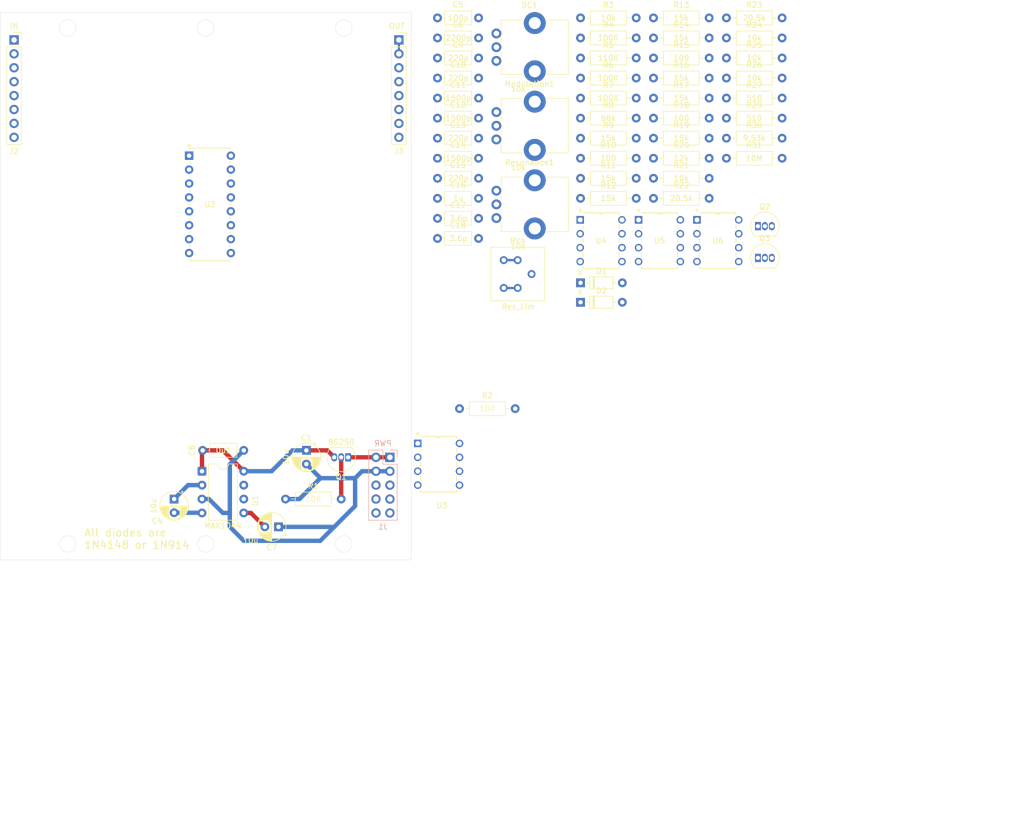
<source format=kicad_pcb>
(kicad_pcb (version 20241229) (generator "pcbnew") (generator_version "9.0")
  (layers (0 "F.Cu" signal) (2 "B.Cu" signal) (13 "F.Paste" user) (15 "B.Paste" user) (5 "F.SilkS" user "F.Silkscreen") (7 "B.SilkS" user "B.Silkscreen") (1 "F.Mask" user) (3 "B.Mask" user) (25 "Edge.Cuts" user))
  (net 0 "")
  (net 1 "+5V")
  (net 2 "GND")
  (net 3 "Net-(U2-VC1)")
  (net 4 "-5V")
  (net 5 "Net-(U1-CAP+)")
  (net 6 "Net-(U1-CAP-)")
  (net 7 "Net-(U3A--)")
  (net 8 "Net-(C6-Pad2)")
  (net 9 "STOP")
  (net 10 "GATE")
  (net 11 "CV")
  (net 12 "CTRL")
  (net 13 "CLOCK")
  (net 14 "START")
  (net 17 "Net-(Q1-G)")
  (net 18 "Net-(C9-Pad1)")
  (net 19 "Net-(U2-IOUT1)")
  (net 20 "Net-(U2-IOUT2)")
  (net 21 "Net-(C10-Pad1)")
  (net 22 "Net-(C11-Pad1)")
  (net 23 "Net-(C12-Pad1)")
  (net 24 "Net-(U2-IOUT3)")
  (net 25 "Net-(C13-Pad1)")
  (net 26 "Net-(C14-Pad1)")
  (net 27 "Net-(J1-Pin_1)")
  (net 28 "Net-(C15-Pad1)")
  (net 30 "Net-(U2-IOUT4)")
  (net 31 "Net-(C16-Pad1)")
  (net 33 "Net-(J3-Pin_1)")
  (net 34 "Net-(U6A--)")
  (net 38 "unconnected-(J3-Pin_2-Pad2)")
  (net 40 "Net-(U3B--)")
  (net 44 "Net-(C18-Pad1)")
  (net 45 "Net-(D1-K)")
  (net 46 "Net-(D1-A)")
  (net 47 "Net-(D2-K)")
  (net 48 "Net-(DC1-Pad2)")
  (net 49 "MOD")
  (net 50 "BUS_CTRL")
  (net 51 "BUS_CV")
  (net 52 "In")
  (net 53 "Net-(Modulation1-Pad2)")
  (net 54 "Net-(Q2-B)")
  (net 55 "Net-(U2-IIN2)")
  (net 56 "Net-(U2-IIN1)")
  (net 57 "Net-(U2-IIN3)")
  (net 58 "Net-(U2-IIN4)")
  (net 59 "Net-(U6B--)")
  (net 60 "Net-(R27-Pad2)")
  (footprint "Aaron_Library:C_Axial_Aaron" (layer "F.Cu") (at 105.2 66.715)
    (property "Reference" "C18" (at 3.75 -2.42 0) (layer "F.SilkS"))
    (property "Value" "3.6p" (hide yes))
    (fp_text user "${VALUE}" (at 3.81 0 0) (layer "F.SilkS"))
    (pad "1" thru_hole circle (at 0 0) (size 1.6 1.6) (drill 0.8) (layers "*.Cu" "*.Mask") (net 44 "Net-(C18-Pad1)"))
    (pad "2" thru_hole oval (at 7.5 0) (size 1.6 1.6) (drill 0.8) (layers "*.Cu" "*.Mask") (net 40 "Net-(U3B--)"))
  )
  (footprint "Package_TO_SOT_THT:TO-92_Inline" (layer "F.Cu") (at 163.66 70.27)
    (property "Reference" "Q3" (at 1.27 -3.56 0) (layer "F.SilkS"))
    (property "Value" "2N3906")
    (pad "1" thru_hole rect (at 0 0) (size 1.05 1.5) (drill 0.75) (layers "*.Cu" "*.Mask") (net 2 "GND"))
    (pad "2" thru_hole oval (at 1.27 0) (size 1.05 1.5) (drill 0.75) (layers "*.Cu" "*.Mask") (net 54 "Net-(Q2-B)"))
    (pad "3" thru_hole oval (at 2.54 0) (size 1.05 1.5) (drill 0.75) (layers "*.Cu" "*.Mask") (net 46 "Net-(D1-A)"))
  )
  (footprint "Aaron_Library:R_Axial_Aaron" (layer "F.Cu") (at 157.92 52.075)
    (property "Reference" "R31" (at 5.08 -2.37 0) (layer "F.SilkS"))
    (property "Value" "10M" (hide yes))
    (fp_text user "${VALUE}" (at 5.08 0 0) (layer "F.SilkS"))
    (pad "1" thru_hole circle (at 0 0) (size 1.6 1.6) (drill 0.8) (layers "*.Cu" "*.Mask") (net 2 "GND"))
    (pad "2" thru_hole oval (at 10.16 0) (size 1.6 1.6) (drill 0.8) (layers "*.Cu" "*.Mask") (net 33 "Net-(J3-Pin_1)"))
  )
  (footprint "TL072:P8" (layer "F.Cu") (at 109.22 111.76)
    (property "Reference" "U3" (at -3.22 3.74 0) (layer "F.SilkS"))
    (property "Value" "TL072")
    (fp_text user "*" (at -7.62 -9.0678 0) (layer "F.SilkS"))
    (fp_text user "*" (at -7.62 -9.0678 0) (layer "F.SilkS"))
    (pad "1" thru_hole rect (at -7.62 -7.62) (size 1.3716 1.3716) (drill 0.8636) (layers "*.Cu" "*.Mask") (net 3 "Net-(U2-VC1)"))
    (pad "2" thru_hole circle (at -7.62 -5.08) (size 1.3716 1.3716) (drill 0.8636) (layers "*.Cu" "*.Mask") (net 7 "Net-(U3A--)"))
    (pad "3" thru_hole circle (at -7.62 -2.54) (size 1.3716 1.3716) (drill 0.8636) (layers "*.Cu" "*.Mask") (net 2 "GND"))
    (pad "4" thru_hole circle (at -7.62 0) (size 1.3716 1.3716) (drill 0.8636) (layers "*.Cu" "*.Mask") (net 4 "-5V"))
    (pad "5" thru_hole circle (at 0 0) (size 1.3716 1.3716) (drill 0.8636) (layers "*.Cu" "*.Mask") (net 2 "GND"))
    (pad "6" thru_hole circle (at 0 -2.54) (size 1.3716 1.3716) (drill 0.8636) (layers "*.Cu" "*.Mask") (net 40 "Net-(U3B--)"))
    (pad "7" thru_hole circle (at 0 -5.08) (size 1.3716 1.3716) (drill 0.8636) (layers "*.Cu" "*.Mask") (net 44 "Net-(C18-Pad1)"))
    (pad "8" thru_hole circle (at 0 -7.62) (size 1.3716 1.3716) (drill 0.8636) (layers "*.Cu" "*.Mask") (net 1 "+5V"))
  )
  (footprint "Aaron_Library:C_Axial_Aaron" (layer "F.Cu") (at 105.2 55.735)
    (property "Reference" "C15" (at 3.75 -2.42 0) (layer "F.SilkS"))
    (property "Value" "220p" (hide yes))
    (fp_text user "${VALUE}" (at 3.81 0 0) (layer "F.SilkS"))
    (pad "1" thru_hole circle (at 0 0) (size 1.6 1.6) (drill 0.8) (layers "*.Cu" "*.Mask") (net 28 "Net-(C15-Pad1)"))
    (pad "2" thru_hole oval (at 7.5 0) (size 1.6 1.6) (drill 0.8) (layers "*.Cu" "*.Mask") (net 30 "Net-(U2-IOUT4)"))
  )
  (footprint "Package_TO_SOT_THT:TO-92_Inline" (layer "F.Cu") (at 163.66 64.48)
    (property "Reference" "Q2" (at 1.27 -3.56 0) (layer "F.SilkS"))
    (property "Value" "2N3904")
    (pad "1" thru_hole rect (at 0 0) (size 1.05 1.5) (drill 0.75) (layers "*.Cu" "*.Mask") (net 2 "GND"))
    (pad "2" thru_hole oval (at 1.27 0) (size 1.05 1.5) (drill 0.75) (layers "*.Cu" "*.Mask") (net 54 "Net-(Q2-B)"))
    (pad "3" thru_hole oval (at 2.54 0) (size 1.05 1.5) (drill 0.75) (layers "*.Cu" "*.Mask") (net 47 "Net-(D2-K)"))
  )
  (footprint "Package_TO_SOT_THT:TO-92_Inline" (layer "F.Cu") (at 88.9 106.68 180)
    (property "Reference" "Q1" (at 1.27 -3.56 0) (layer "F.SilkS"))
    (property "Value" "BS250" (at 1.27 2.79 0) (layer "F.SilkS"))
    (pad "1" thru_hole rect (at 0 0 180) (size 1.05 1.5) (drill 0.75) (layers "*.Cu" "*.Mask") (net 27 "Net-(J1-Pin_1)"))
    (pad "2" thru_hole oval (at 1.27 0 180) (size 1.05 1.5) (drill 0.75) (layers "*.Cu" "*.Mask") (net 17 "Net-(Q1-G)"))
    (pad "3" thru_hole oval (at 2.54 0 180) (size 1.05 1.5) (drill 0.75) (layers "*.Cu" "*.Mask") (net 1 "+5V"))
  )
  (footprint "Connector_PinSocket_2.54mm:PinSocket_1x08_P2.54mm_Vertical" (layer "F.Cu") (at 27.94 30.48)
    (property "Reference" "J2" (at 0 20.32 180) (layer "F.SilkS"))
    (property "Value" "IN" (at 0 -2.54 0) (layer "F.SilkS"))
    (pad "1" thru_hole rect (at 0 0) (size 1.7 1.7) (drill 1) (layers "*.Cu" "*.Mask") (net 52 "In"))
    (pad "2" thru_hole oval (at 0 2.54) (size 1.7 1.7) (drill 1) (layers "*.Cu" "*.Mask") (net 11 "CV"))
    (pad "3" thru_hole oval (at 0 5.08) (size 1.7 1.7) (drill 1) (layers "*.Cu" "*.Mask") (net 49 "MOD"))
    (pad "4" thru_hole oval (at 0 7.62) (size 1.7 1.7) (drill 1) (layers "*.Cu" "*.Mask"))
    (pad "5" thru_hole oval (at 0 10.16) (size 1.7 1.7) (drill 1) (layers "*.Cu" "*.Mask"))
    (pad "6" thru_hole oval (at 0 12.7) (size 1.7 1.7) (drill 1) (layers "*.Cu" "*.Mask"))
    (pad "7" thru_hole oval (at 0 15.24) (size 1.7 1.7) (drill 1) (layers "*.Cu" "*.Mask") (net 50 "BUS_CTRL"))
    (pad "8" thru_hole oval (at 0 17.78) (size 1.7 1.7) (drill 1) (layers "*.Cu" "*.Mask") (net 51 "BUS_CV"))
  )
  (footprint "SSM2164:N_16_ADI" (layer "F.Cu") (at 59.88 51.61)
    (property "Reference" "U2" (at 3.81 8.89 0) (layer "F.SilkS"))
    (property "Value" "SSM2164PZ")
    (fp_text user "*" (at 0 -1.524 0) (layer "F.SilkS"))
    (fp_text user "*" (at 0 -1.524 0) (layer "F.SilkS"))
    (pad "1" thru_hole rect (at 0 0) (size 1.524 1.524) (drill 0.8128) (layers "*.Cu" "*.Mask"))
    (pad "2" thru_hole circle (at 0 2.54) (size 1.524 1.524) (drill 0.8128) (layers "*.Cu" "*.Mask") (net 56 "Net-(U2-IIN1)"))
    (pad "3" thru_hole circle (at 0 5.08) (size 1.524 1.524) (drill 0.8128) (layers "*.Cu" "*.Mask") (net 3 "Net-(U2-VC1)"))
    (pad "4" thru_hole circle (at 0 7.62) (size 1.524 1.524) (drill 0.8128) (layers "*.Cu" "*.Mask") (net 19 "Net-(U2-IOUT1)"))
    (pad "5" thru_hole circle (at 0 10.16) (size 1.524 1.524) (drill 0.8128) (layers "*.Cu" "*.Mask") (net 20 "Net-(U2-IOUT2)"))
    (pad "6" thru_hole circle (at 0 12.7) (size 1.524 1.524) (drill 0.8128) (layers "*.Cu" "*.Mask") (net 3 "Net-(U2-VC1)"))
    (pad "7" thru_hole circle (at 0 15.24) (size 1.524 1.524) (drill 0.8128) (layers "*.Cu" "*.Mask") (net 55 "Net-(U2-IIN2)"))
    (pad "8" thru_hole circle (at 0 17.78) (size 1.524 1.524) (drill 0.8128) (layers "*.Cu" "*.Mask") (net 2 "GND"))
    (pad "9" thru_hole circle (at 7.62 17.78) (size 1.524 1.524) (drill 0.8128) (layers "*.Cu" "*.Mask") (net 4 "-5V"))
    (pad "10" thru_hole circle (at 7.62 15.24) (size 1.524 1.524) (drill 0.8128) (layers "*.Cu" "*.Mask") (net 57 "Net-(U2-IIN3)"))
    (pad "11" thru_hole circle (at 7.62 12.7) (size 1.524 1.524) (drill 0.8128) (layers "*.Cu" "*.Mask") (net 3 "Net-(U2-VC1)"))
    (pad "12" thru_hole circle (at 7.62 10.16) (size 1.524 1.524) (drill 0.8128) (layers "*.Cu" "*.Mask") (net 24 "Net-(U2-IOUT3)"))
    (pad "13" thru_hole circle (at 7.62 7.62) (size 1.524 1.524) (drill 0.8128) (layers "*.Cu" "*.Mask") (net 30 "Net-(U2-IOUT4)"))
    (pad "14" thru_hole circle (at 7.62 5.08) (size 1.524 1.524) (drill 0.8128) (layers "*.Cu" "*.Mask") (net 3 "Net-(U2-VC1)"))
    (pad "15" thru_hole circle (at 7.62 2.54) (size 1.524 1.524) (drill 0.8128) (layers "*.Cu" "*.Mask") (net 58 "Net-(U2-IIN4)"))
    (pad "16" thru_hole circle (at 7.62 0) (size 1.524 1.524) (drill 0.8128) (layers "*.Cu" "*.Mask") (net 1 "+5V"))
  )
  (footprint "Aaron_Library:C_Axial_Aaron" (layer "F.Cu") (at 105.2 52.075)
    (property "Reference" "C14" (at 3.75 -2.42 0) (layer "F.SilkS"))
    (property "Value" "1500p" (hide yes))
    (fp_text user "${VALUE}" (at 3.81 0 0) (layer "F.SilkS"))
    (pad "1" thru_hole circle (at 0 0) (size 1.6 1.6) (drill 0.8) (layers "*.Cu" "*.Mask") (net 26 "Net-(C14-Pad1)"))
    (pad "2" thru_hole oval (at 7.5 0) (size 1.6 1.6) (drill 0.8) (layers "*.Cu" "*.Mask") (net 2 "GND"))
  )
  (footprint "Aaron_Library:C_Axial_Aaron" (layer "F.Cu") (at 62.35 105.41)
    (property "Reference" "C8" (at -1.958464 0 90) (layer "F.SilkS"))
    (property "Value" "0u1" (hide yes))
    (fp_text user "${VALUE}" (at 3.81 0 0) (layer "F.SilkS"))
    (pad "1" thru_hole circle (at 0 0) (size 1.6 1.6) (drill 0.8) (layers "*.Cu" "*.Mask") (net 1 "+5V"))
    (pad "2" thru_hole oval (at 7.5 0) (size 1.6 1.6) (drill 0.8) (layers "*.Cu" "*.Mask") (net 2 "GND"))
  )
  (footprint "Aaron_Library:R_Axial_Aaron" (layer "F.Cu") (at 157.92 48.415)
    (property "Reference" "R30" (at 5.08 -2.37 0) (layer "F.SilkS"))
    (property "Value" "9.53k" (hide yes))
    (fp_text user "${VALUE}" (at 5.08 0 0) (layer "F.SilkS"))
    (pad "1" thru_hole circle (at 0 0) (size 1.6 1.6) (drill 0.8) (layers "*.Cu" "*.Mask") (net 56 "Net-(U2-IIN1)"))
    (pad "2" thru_hole oval (at 10.16 0) (size 1.6 1.6) (drill 0.8) (layers "*.Cu" "*.Mask") (net 45 "Net-(D1-K)"))
  )
  (footprint "Aaron_Library:R_Axial_Aaron" (layer "F.Cu") (at 157.92 26.455)
    (property "Reference" "R23" (at 5.08 -2.37 0) (layer "F.SilkS"))
    (property "Value" "20.5k" (hide yes))
    (fp_text user "${VALUE}" (at 5.08 0 0) (layer "F.SilkS"))
    (pad "1" thru_hole circle (at 0 0) (size 1.6 1.6) (drill 0.8) (layers "*.Cu" "*.Mask") (net 28 "Net-(C15-Pad1)"))
    (pad "2" thru_hole oval (at 10.16 0) (size 1.6 1.6) (drill 0.8) (layers "*.Cu" "*.Mask") (net 40 "Net-(U3B--)"))
  )
  (footprint "Aaron_Library:R_Axial_Aaron" (layer "F.Cu") (at 131.3 26.455)
    (property "Reference" "R3" (at 5.08 -2.37 0) (layer "F.SilkS"))
    (property "Value" "10k" (hide yes))
    (fp_text user "${VALUE}" (at 5.08 0 0) (layer "F.SilkS"))
    (pad "1" thru_hole circle (at 0 0) (size 1.6 1.6) (drill 0.8) (layers "*.Cu" "*.Mask") (net 40 "Net-(U3B--)"))
    (pad "2" thru_hole oval (at 10.16 0) (size 1.6 1.6) (drill 0.8) (layers "*.Cu" "*.Mask") (net 44 "Net-(C18-Pad1)"))
  )
  (footprint "Aaron_Library:R_Axial_Aaron" (layer "F.Cu") (at 157.92 30.115)
    (property "Reference" "R24" (at 5.08 -2.37 0) (layer "F.SilkS"))
    (property "Value" "10k" (hide yes))
    (fp_text user "${VALUE}" (at 5.08 0 0) (layer "F.SilkS"))
    (pad "1" thru_hole circle (at 0 0) (size 1.6 1.6) (drill 0.8) (layers "*.Cu" "*.Mask") (net 44 "Net-(C18-Pad1)"))
    (pad "2" thru_hole oval (at 10.16 0) (size 1.6 1.6) (drill 0.8) (layers "*.Cu" "*.Mask") (net 34 "Net-(U6A--)"))
  )
  (footprint "Aaron_Library:R_Axial_Aaron" (layer "F.Cu") (at 144.61 26.455)
    (property "Reference" "R13" (at 5.08 -2.37 0) (layer "F.SilkS"))
    (property "Value" "15k" (hide yes))
    (fp_text user "${VALUE}" (at 5.08 0 0) (layer "F.SilkS"))
    (pad "1" thru_hole circle (at 0 0) (size 1.6 1.6) (drill 0.8) (layers "*.Cu" "*.Mask") (net 55 "Net-(U2-IIN2)"))
    (pad "2" thru_hole oval (at 10.16 0) (size 1.6 1.6) (drill 0.8) (layers "*.Cu" "*.Mask") (net 21 "Net-(C10-Pad1)"))
  )
  (footprint "Aaron_Library:C_Axial_Aaron" (layer "F.Cu") (at 105.2 33.775)
    (property "Reference" "C9" (at 3.75 -2.42 0) (layer "F.SilkS"))
    (property "Value" "220p" (hide yes))
    (fp_text user "${VALUE}" (at 3.81 0 0) (layer "F.SilkS"))
    (pad "1" thru_hole circle (at 0 0) (size 1.6 1.6) (drill 0.8) (layers "*.Cu" "*.Mask") (net 18 "Net-(C9-Pad1)"))
    (pad "2" thru_hole oval (at 7.5 0) (size 1.6 1.6) (drill 0.8) (layers "*.Cu" "*.Mask") (net 19 "Net-(U2-IOUT1)"))
  )
  (footprint "Aaron_Library:R_Axial_Aaron" (layer "F.Cu") (at 144.61 55.735)
    (property "Reference" "R21" (at 5.08 -2.37 0) (layer "F.SilkS"))
    (property "Value" "10k" (hide yes))
    (fp_text user "${VALUE}" (at 5.08 0 0) (layer "F.SilkS"))
    (pad "1" thru_hole circle (at 0 0) (size 1.6 1.6) (drill 0.8) (layers "*.Cu" "*.Mask") (net 18 "Net-(C9-Pad1)"))
    (pad "2" thru_hole oval (at 10.16 0) (size 1.6 1.6) (drill 0.8) (layers "*.Cu" "*.Mask") (net 40 "Net-(U3B--)"))
  )
  (footprint "Package_DIP:DIP-8_W7.62mm" (layer "F.Cu") (at 62.23 109.22)
    (property "Reference" "U1" (at 9.700364 5.387333 90) (layer "F.SilkS"))
    (property "Value" "MAX1044" (at 3.81 9.95 0) (layer "F.SilkS"))
    (pad "1" thru_hole roundrect (at 0 0) (size 1.6 1.6) (drill 0.8) (layers "*.Cu" "*.Mask") (roundrect_rratio 0.15625) (net 1 "+5V"))
    (pad "2" thru_hole circle (at 0 2.54) (size 1.6 1.6) (drill 0.8) (layers "*.Cu" "*.Mask") (net 5 "Net-(U1-CAP+)"))
    (pad "3" thru_hole circle (at 0 5.08) (size 1.6 1.6) (drill 0.8) (layers "*.Cu" "*.Mask") (net 2 "GND"))
    (pad "4" thru_hole circle (at 0 7.62) (size 1.6 1.6) (drill 0.8) (layers "*.Cu" "*.Mask") (net 6 "Net-(U1-CAP-)"))
    (pad "5" thru_hole circle (at 7.62 7.62) (size 1.6 1.6) (drill 0.8) (layers "*.Cu" "*.Mask") (net 4 "-5V"))
    (pad "6" thru_hole circle (at 7.62 5.08) (size 1.6 1.6) (drill 0.8) (layers "*.Cu" "*.Mask"))
    (pad "7" thru_hole circle (at 7.62 2.54) (size 1.6 1.6) (drill 0.8) (layers "*.Cu" "*.Mask"))
    (pad "8" thru_hole circle (at 7.62 0) (size 1.6 1.6) (drill 0.8) (layers "*.Cu" "*.Mask") (net 1 "+5V"))
  )
  (footprint "TL072:P8" (layer "F.Cu") (at 149.513 70.9452)
    (property "Reference" "U5" (at -3.81 -3.81 0) (layer "F.SilkS"))
    (property "Value" "TL072")
    (fp_text user "*" (at -7.62 -9.0678 0) (layer "F.SilkS"))
    (fp_text user "*" (at -7.62 -9.0678 0) (layer "F.SilkS"))
    (pad "1" thru_hole rect (at -7.62 -7.62) (size 1.3716 1.3716) (drill 0.8636) (layers "*.Cu" "*.Mask") (net 25 "Net-(C13-Pad1)"))
    (pad "2" thru_hole circle (at -7.62 -5.08) (size 1.3716 1.3716) (drill 0.8636) (layers "*.Cu" "*.Mask") (net 24 "Net-(U2-IOUT3)"))
    (pad "3" thru_hole circle (at -7.62 -2.54) (size 1.3716 1.3716) (drill 0.8636) (layers "*.Cu" "*.Mask") (net 2 "GND"))
    (pad "4" thru_hole circle (at -7.62 0) (size 1.3716 1.3716) (drill 0.8636) (layers "*.Cu" "*.Mask") (net 4 "-5V"))
    (pad "5" thru_hole circle (at 0 0) (size 1.3716 1.3716) (drill 0.8636) (layers "*.Cu" "*.Mask") (net 2 "GND"))
    (pad "6" thru_hole circle (at 0 -2.54) (size 1.3716 1.3716) (drill 0.8636) (layers "*.Cu" "*.Mask") (net 30 "Net-(U2-IOUT4)"))
    (pad "7" thru_hole circle (at 0 -5.08) (size 1.3716 1.3716) (drill 0.8636) (layers "*.Cu" "*.Mask") (net 28 "Net-(C15-Pad1)"))
    (pad "8" thru_hole circle (at 0 -7.62) (size 1.3716 1.3716) (drill 0.8636) (layers "*.Cu" "*.Mask") (net 1 "+5V"))
  )
  (footprint "Aaron_Library:R_Axial_Aaron" (layer "F.Cu") (at 77.47 114.3)
    (property "Reference" "R1" (at 5.08 -2.37 0) (layer "F.SilkS"))
    (property "Value" "10K" (hide yes))
    (fp_text user "${VALUE}" (at 5.08 0 0) (layer "F.SilkS") (effects (font (thickness 0.1))))
    (pad "1" thru_hole circle (at 0 0) (size 1.6 1.6) (drill 0.8) (layers "*.Cu" "*.Mask") (net 2 "GND"))
    (pad "2" thru_hole oval (at 10.16 0) (size 1.6 1.6) (drill 0.8) (layers "*.Cu" "*.Mask") (net 17 "Net-(Q1-G)"))
  )
  (footprint "Aaron_Library:R_Axial_Aaron" (layer "F.Cu") (at 131.3 48.415)
    (property "Reference" "R9" (at 5.08 -2.37 0) (layer "F.SilkS"))
    (property "Value" "15k" (hide yes))
    (fp_text user "${VALUE}" (at 5.08 0 0) (layer "F.SilkS"))
    (pad "1" thru_hole circle (at 0 0) (size 1.6 1.6) (drill 0.8) (layers "*.Cu" "*.Mask") (net 52 "In"))
    (pad "2" thru_hole oval (at 10.16 0) (size 1.6 1.6) (drill 0.8) (layers "*.Cu" "*.Mask") (net 56 "Net-(U2-IIN1)"))
  )
  (footprint "Aaron_Library:R_Axial_Aaron" (layer "F.Cu") (at 144.61 48.415)
    (property "Reference" "R19" (at 5.08 -2.37 0) (layer "F.SilkS"))
    (property "Value" "15k" (hide yes))
    (fp_text user "${VALUE}" (at 5.08 0 0) (layer "F.SilkS"))
    (pad "1" thru_hole circle (at 0 0) (size 1.6 1.6) (drill 0.8) (layers "*.Cu" "*.Mask") (net 28 "Net-(C15-Pad1)"))
    (pad "2" thru_hole oval (at 10.16 0) (size 1.6 1.6) (drill 0.8) (layers "*.Cu" "*.Mask") (net 58 "Net-(U2-IIN4)"))
  )
  (footprint "Aaron_Library:R_Axial_Aaron" (layer "F.Cu") (at 131.3 52.075)
    (property "Reference" "R10" (at 5.08 -2.37 0) (layer "F.SilkS"))
    (property "Value" "100" (hide yes))
    (fp_text user "${VALUE}" (at 5.08 0 0) (layer "F.SilkS"))
    (pad "1" thru_hole circle (at 0 0) (size 1.6 1.6) (drill 0.8) (layers "*.Cu" "*.Mask") (net 8 "Net-(C6-Pad2)"))
    (pad "2" thru_hole oval (at 10.16 0) (size 1.6 1.6) (drill 0.8) (layers "*.Cu" "*.Mask") (net 56 "Net-(U2-IIN1)"))
  )
  (footprint "Aaron_Library:C_Axial_Aaron" (layer "F.Cu") (at 105.2 59.395)
    (property "Reference" "C16" (at 3.75 -2.42 0) (layer "F.SilkS"))
    (property "Value" "1u" (hide yes))
    (fp_text user "${VALUE}" (at 3.81 0 0) (layer "F.SilkS"))
    (pad "1" thru_hole circle (at 0 0) (size 1.6 1.6) (drill 0.8) (layers "*.Cu" "*.Mask") (net 31 "Net-(C16-Pad1)"))
    (pad "2" thru_hole oval (at 7.5 0) (size 1.6 1.6) (drill 0.8) (layers "*.Cu" "*.Mask") (net 33 "Net-(J3-Pin_1)"))
  )
  (footprint "Capacitor_THT:CP_Radial_D5.0mm_P2.50mm" (layer "F.Cu") (at 81.28 105.41 -90)
    (property "Reference" "C1" (at -2.282517 -0.017569 180) (layer "F.SilkS"))
    (property "Value" "10u" (at 1.25 3.75 90) (layer "F.SilkS"))
    (pad "1" thru_hole rect (at 0 0 270) (size 1.6 1.6) (drill 0.8) (layers "*.Cu" "*.Mask") (net 1 "+5V"))
    (pad "2" thru_hole circle (at 2.5 0 270) (size 1.6 1.6) (drill 0.8) (layers "*.Cu" "*.Mask") (net 2 "GND"))
  )
  (footprint "Aaron_Library:R_Axial_Aaron" (layer "F.Cu") (at 144.61 59.395)
    (property "Reference" "R22" (at 5.08 -2.37 0) (layer "F.SilkS"))
    (property "Value" "20.5k" (hide yes))
    (fp_text user "${VALUE}" (at 5.08 0 0) (layer "F.SilkS"))
    (pad "1" thru_hole circle (at 0 0) (size 1.6 1.6) (drill 0.8) (layers "*.Cu" "*.Mask") (net 25 "Net-(C13-Pad1)"))
    (pad "2" thru_hole oval (at 10.16 0) (size 1.6 1.6) (drill 0.8) (layers "*.Cu" "*.Mask") (net 34 "Net-(U6A--)"))
  )
  (footprint "Aaron_Library:C_Axial_Aaron" (layer "F.Cu") (at 105.2 48.415)
    (property "Reference" "C13" (at 3.75 -2.42 0) (layer "F.SilkS"))
    (property "Value" "220p" (hide yes))
    (fp_text user "${VALUE}" (at 3.81 0 0) (layer "F.SilkS"))
    (pad "1" thru_hole circle (at 0 0) (size 1.6 1.6) (drill 0.8) (layers "*.Cu" "*.Mask") (net 25 "Net-(C13-Pad1)"))
    (pad "2" thru_hole oval (at 7.5 0) (size 1.6 1.6) (drill 0.8) (layers "*.Cu" "*.Mask") (net 24 "Net-(U2-IOUT3)"))
  )
  (footprint "Connector_PinSocket_2.54mm:PinSocket_1x08_P2.54mm_Vertical" (layer "F.Cu") (at 98.16 30.48)
    (property "Reference" "J3" (at -0.025 20.32 0) (layer "F.SilkS"))
    (property "Value" "OUT" (at -0.37 -2.54 0) (layer "F.SilkS"))
    (pad "1" thru_hole rect (at 0 0) (size 1.7 1.7) (drill 1) (layers "*.Cu" "*.Mask") (net 33 "Net-(J3-Pin_1)"))
    (pad "2" thru_hole oval (at 0 2.54) (size 1.7 1.7) (drill 1) (layers "*.Cu" "*.Mask") (net 38 "unconnected-(J3-Pin_2-Pad2)"))
    (pad "3" thru_hole oval (at 0 5.08) (size 1.7 1.7) (drill 1) (layers "*.Cu" "*.Mask"))
    (pad "4" thru_hole oval (at 0 7.62) (size 1.7 1.7) (drill 1) (layers "*.Cu" "*.Mask"))
    (pad "5" thru_hole oval (at 0 10.16) (size 1.7 1.7) (drill 1) (layers "*.Cu" "*.Mask"))
    (pad "6" thru_hole oval (at 0 12.7) (size 1.7 1.7) (drill 1) (layers "*.Cu" "*.Mask"))
    (pad "7" thru_hole oval (at 0 15.24) (size 1.7 1.7) (drill 1) (layers "*.Cu" "*.Mask"))
    (pad "8" thru_hole oval (at 0 17.78) (size 1.7 1.7) (drill 1) (layers "*.Cu" "*.Mask"))
  )
  (footprint "Aaron_Library:C_Axial_Aaron" (layer "F.Cu") (at 105.2 26.455)
    (property "Reference" "C5" (at 3.75 -2.42 0) (layer "F.SilkS"))
    (property "Value" "100p" (hide yes))
    (fp_text user "${VALUE}" (at 3.81 0 0) (layer "F.SilkS"))
    (pad "1" thru_hole circle (at 0 0) (size 1.6 1.6) (drill 0.8) (layers "*.Cu" "*.Mask") (net 7 "Net-(U3A--)"))
    (pad "2" thru_hole oval (at 7.5 0) (size 1.6 1.6) (drill 0.8) (layers "*.Cu" "*.Mask") (net 3 "Net-(U2-VC1)"))
  )
  (footprint "Aaron_Library:C_Axial_Aaron" (layer "F.Cu") (at 105.2 63.055)
    (property "Reference" "C17" (at 3.75 -2.42 0) (layer "F.SilkS"))
    (property "Value" "3.6p" (hide yes))
    (fp_text user "${VALUE}" (at 3.81 0 0) (layer "F.SilkS"))
    (pad "1" thru_hole circle (at 0 0) (size 1.6 1.6) (drill 0.8) (layers "*.Cu" "*.Mask") (net 31 "Net-(C16-Pad1)"))
    (pad "2" thru_hole oval (at 7.5 0) (size 1.6 1.6) (drill 0.8) (layers "*.Cu" "*.Mask") (net 34 "Net-(U6A--)"))
  )
  (footprint "Aaron_Library:C_Axial_Aaron" (layer "F.Cu") (at 105.2 37.435)
    (property "Reference" "C10" (at 3.75 -2.42 0) (layer "F.SilkS"))
    (property "Value" "220p" (hide yes))
    (fp_text user "${VALUE}" (at 3.81 0 0) (layer "F.SilkS"))
    (pad "1" thru_hole circle (at 0 0) (size 1.6 1.6) (drill 0.8) (layers "*.Cu" "*.Mask") (net 21 "Net-(C10-Pad1)"))
    (pad "2" thru_hole oval (at 7.5 0) (size 1.6 1.6) (drill 0.8) (layers "*.Cu" "*.Mask") (net 20 "Net-(U2-IOUT2)"))
  )
  (footprint "Aaron_Library:Potentiometer_TW_Frontpanel" (layer "F.Cu") (at 115.95 63)
    (property "Reference" "Resonance1" (at 6.05 -10.15 0) (layer "F.SilkS"))
    (property "Value" "10k" (hide yes))
    (fp_text user "${VALUE}" (at 2.54 5.738379 0) (layer "F.SilkS") (effects (justify left bottom)))
    (pad "" np_thru_hole circle (at 7 -6.9) (size 4 4) (drill 2.2) (layers "*.Cu" "*.Mask"))
    (pad "" np_thru_hole circle (at 7 1.9) (size 4 4) (drill 2.2) (layers "*.Cu" "*.Mask"))
    (pad "1" thru_hole circle (at 0 0) (size 1.8 1.8) (drill 1) (layers "*.Cu" "*.Mask") (net 60 "Net-(R27-Pad2)"))
    (pad "2" thru_hole circle (at 0 -2.5) (size 1.8 1.8) (drill 1) (layers "*.Cu" "*.Mask") (net 59 "Net-(U6B--)"))
    (pad "3" thru_hole circle (at 0 -5) (size 1.8 1.8) (drill 1) (layers "*.Cu" "*.Mask") (net 59 "Net-(U6B--)"))
  )
  (footprint "Aaron_Library:R_Axial_Aaron" (layer "F.Cu") (at 144.61 33.775)
    (property "Reference" "R15" (at 5.08 -2.37 0) (layer "F.SilkS"))
    (property "Value" "100" (hide yes))
    (fp_text user "${VALUE}" (at 5.08 0 0) (layer "F.SilkS"))
    (pad "1" thru_hole circle (at 0 0) (size 1.6 1.6) (drill 0.8) (layers "*.Cu" "*.Mask") (net 57 "Net-(U2-IIN3)"))
    (pad "2" thru_hole oval (at 10.16 0) (size 1.6 1.6) (drill 0.8) (layers "*.Cu" "*.Mask") (net 23 "Net-(C12-Pad1)"))
  )
  (footprint "Aaron_Library:Potentiometer_Square_Trimpot_Aaron" (layer "F.Cu") (at 119.83 75.76)
    (property "Reference" "RV4" (at -0.015 -8.555 0) (layer "F.SilkS"))
    (property "Value" "Res_Lim" (hide yes))
    (fp_line (start -1.82 -5.08) (end -0.72 -5.08) (stroke (width 0.4)) (layer "F.Cu"))
    (fp_line (start -1.82 0) (end -0.72 0) (stroke (width 0.4)) (layer "F.Cu"))
    (fp_line (start -1.82 -5.08) (end -0.72 -5.08) (stroke (width 0.4)) (layer "B.Cu"))
    (fp_line (start -1.82 0) (end -0.72 0) (stroke (width 0.4)) (layer "B.Cu"))
    (fp_text user "${VALUE}" (at 0.109029 3.413435 0) (layer "F.SilkS"))
    (pad "1" thru_hole circle (at -2.54 0) (size 1.44 1.44) (drill 0.8) (layers "*.Cu" "*.Mask") (net 54 "Net-(Q2-B)"))
    (pad "1" thru_hole circle (at 0 0) (size 1.44 1.44) (drill 0.8) (layers "*.Cu" "*.Mask") (net 54 "Net-(Q2-B)"))
    (pad "2" thru_hole circle (at 2.54 -2.54) (size 1.44 1.44) (drill 0.8) (layers "*.Cu" "*.Mask") (net 45 "Net-(D1-K)"))
    (pad "3" thru_hole circle (at -2.54 -5.08) (size 1.44 1.44) (drill 0.8) (layers "*.Cu" "*.Mask") (net 45 "Net-(D1-K)"))
    (pad "3" thru_hole circle (at 0 -5.08) (size 1.44 1.44) (drill 0.8) (layers "*.Cu" "*.Mask") (net 45 "Net-(D1-K)"))
  )
  (footprint "Aaron_Library:C_Axial_Aaron" (layer "F.Cu") (at 105.2 44.755)
    (property "Reference" "C12" (at 3.75 -2.42 0) (layer "F.SilkS"))
    (property "Value" "1500p" (hide yes))
    (fp_text user "${VALUE}" (at 3.81 0 0) (layer "F.SilkS"))
    (pad "1" thru_hole circle (at 0 0) (size 1.6 1.6) (drill 0.8) (layers "*.Cu" "*.Mask") (net 23 "Net-(C12-Pad1)"))
    (pad "2" thru_hole oval (at 7.5 0) (size 1.6 1.6) (drill 0.8) (layers "*.Cu" "*.Mask") (net 2 "GND"))
  )
  (footprint "Diode_THT:D_DO-35_SOD27_P7.62mm_Horizontal" (layer "F.Cu") (at 131.3 74.82)
    (property "Reference" "D1" (at 3.81 -2.12 0) (layer "F.SilkS"))
    (property "Value" "1N4148")
    (fp_text user "K" (at 0 -1.8 0) (layer "F.SilkS"))
    (pad "1" thru_hole rect (at 0 0) (size 1.6 1.6) (drill 0.8) (layers "*.Cu" "*.Mask") (net 45 "Net-(D1-K)"))
    (pad "2" thru_hole oval (at 7.62 0) (size 1.6 1.6) (drill 0.8) (layers "*.Cu" "*.Mask") (net 46 "Net-(D1-A)"))
  )
  (footprint "Aaron_Library:C_Axial_Aaron" (layer "F.Cu") (at 105.2 41.095)
    (property "Reference" "C11" (at 3.75 -2.42 0) (layer "F.SilkS"))
    (property "Value" "1500p" (hide yes))
    (fp_text user "${VALUE}" (at 3.81 0 0) (layer "F.SilkS"))
    (pad "1" thru_hole circle (at 0 0) (size 1.6 1.6) (drill 0.8) (layers "*.Cu" "*.Mask") (net 22 "Net-(C11-Pad1)"))
    (pad "2" thru_hole oval (at 7.5 0) (size 1.6 1.6) (drill 0.8) (layers "*.Cu" "*.Mask") (net 2 "GND"))
  )
  (footprint "Aaron_Library:R_Axial_Aaron" (layer "F.Cu") (at 131.3 30.115)
    (property "Reference" "R4" (at 5.08 -2.37 0) (layer "F.SilkS"))
    (property "Value" "100K" (hide yes))
    (fp_text user "${VALUE}" (at 5.08 0 0) (layer "F.SilkS"))
    (pad "1" thru_hole circle (at 0 0) (size 1.6 1.6) (drill 0.8) (layers "*.Cu" "*.Mask") (net 7 "Net-(U3A--)"))
    (pad "2" thru_hole oval (at 10.16 0) (size 1.6 1.6) (drill 0.8) (layers "*.Cu" "*.Mask") (net 48 "Net-(DC1-Pad2)"))
  )
  (footprint "TL072:P8" (layer "F.Cu") (at 160.165 70.9452)
    (property "Reference" "U6" (at -3.81 -3.81 0) (layer "F.SilkS"))
    (property "Value" "TL072")
    (fp_text user "*" (at -7.62 -9.0678 0) (layer "F.SilkS"))
    (fp_text user "*" (at -7.62 -9.0678 0) (layer "F.SilkS"))
    (pad "1" thru_hole rect (at -7.62 -7.62) (size 1.3716 1.3716) (drill 0.8636) (layers "*.Cu" "*.Mask") (net 31 "Net-(C16-Pad1)"))
    (pad "2" thru_hole circle (at -7.62 -5.08) (size 1.3716 1.3716) (drill 0.8636) (layers "*.Cu" "*.Mask") (net 34 "Net-(U6A--)"))
    (pad "3" thru_hole circle (at -7.62 -2.54) (size 1.3716 1.3716) (drill 0.8636) (layers "*.Cu" "*.Mask") (net 2 "GND"))
    (pad "4" thru_hole circle (at -7.62 0) (size 1.3716 1.3716) (drill 0.8636) (layers "*.Cu" "*.Mask") (net 4 "-5V"))
    (pad "5" thru_hole circle (at 0 0) (size 1.3716 1.3716) (drill 0.8636) (layers "*.Cu" "*.Mask") (net 2 "GND"))
    (pad "6" thru_hole circle (at 0 -2.54) (size 1.3716 1.3716) (drill 0.8636) (layers "*.Cu" "*.Mask") (net 59 "Net-(U6B--)"))
    (pad "7" thru_hole circle (at 0 -5.08) (size 1.3716 1.3716) (drill 0.8636) (layers "*.Cu" "*.Mask") (net 60 "Net-(R27-Pad2)"))
    (pad "8" thru_hole circle (at 0 -7.62) (size 1.3716 1.3716) (drill 0.8636) (layers "*.Cu" "*.Mask") (net 1 "+5V"))
  )
  (footprint "Aaron_Library:Potentiometer_TW_Frontpanel" (layer "F.Cu") (at 115.95 34.3)
    (property "Reference" "DC1" (at 6.05 -10.15 0) (layer "F.SilkS"))
    (property "Value" "10k" (hide yes))
    (fp_text user "${VALUE}" (at 2.54 5.738379 0) (layer "F.SilkS") (effects (justify left bottom)))
    (pad "" np_thru_hole circle (at 7 -6.9) (size 4 4) (drill 2.2) (layers "*.Cu" "*.Mask"))
    (pad "" np_thru_hole circle (at 7 1.9) (size 4 4) (drill 2.2) (layers "*.Cu" "*.Mask"))
    (pad "1" thru_hole circle (at 0 0) (size 1.8 1.8) (drill 1) (layers "*.Cu" "*.Mask") (net 1 "+5V"))
    (pad "2" thru_hole circle (at 0 -2.5) (size 1.8 1.8) (drill 1) (layers "*.Cu" "*.Mask") (net 48 "Net-(DC1-Pad2)"))
    (pad "3" thru_hole circle (at 0 -5) (size 1.8 1.8) (drill 1) (layers "*.Cu" "*.Mask") (net 2 "GND"))
  )
  (footprint "Aaron_Library:R_Axial_Aaron" (layer "F.Cu") (at 157.92 44.755)
    (property "Reference" "R29" (at 5.08 -2.37 0) (layer "F.SilkS"))
    (property "Value" "510" (hide yes))
    (fp_text user "${VALUE}" (at 5.08 0 0) (layer "F.SilkS"))
    (pad "1" thru_hole circle (at 0 0) (size 1.6 1.6) (drill 0.8) (layers "*.Cu" "*.Mask") (net 2 "GND"))
    (pad "2" thru_hole oval (at 10.16 0) (size 1.6 1.6) (drill 0.8) (layers "*.Cu" "*.Mask") (net 54 "Net-(Q2-B)"))
  )
  (footprint "Aaron_Library:R_Axial_Aaron" (layer "F.Cu") (at 131.3 41.095)
    (property "Reference" "R7" (at 5.08 -2.37 0) (layer "F.SilkS"))
    (property "Value" "100K" (hide yes))
    (fp_text user "${VALUE}" (at 5.08 0 0) (layer "F.SilkS"))
    (pad "1" thru_hole circle (at 0 0) (size 1.6 1.6) (drill 0.8) (layers "*.Cu" "*.Mask") (net 7 "Net-(U3A--)"))
    (pad "2" thru_hole oval (at 10.16 0) (size 1.6 1.6) (drill 0.8) (layers "*.Cu" "*.Mask") (net 11 "CV"))
  )
  (footprint "Aaron_Library:R_Axial_Aaron" (layer "F.Cu") (at 144.61 41.095)
    (property "Reference" "R17" (at 5.08 -2.37 0) (layer "F.SilkS"))
    (property "Value" "15k" (hide yes))
    (fp_text user "${VALUE}" (at 5.08 0 0) (layer "F.SilkS"))
    (pad "1" thru_hole circle (at 0 0) (size 1.6 1.6) (drill 0.8) (layers "*.Cu" "*.Mask") (net 25 "Net-(C13-Pad1)"))
    (pad "2" thru_hole oval (at 10.16 0) (size 1.6 1.6) (drill 0.8) (layers "*.Cu" "*.Mask") (net 58 "Net-(U2-IIN4)"))
  )
  (footprint "Aaron_Library:R_Axial_Aaron" (layer "F.Cu") (at 144.61 52.075)
    (property "Reference" "R20" (at 5.08 -2.37 0) (layer "F.SilkS"))
    (property "Value" "12k" (hide yes))
    (fp_text user "${VALUE}" (at 5.08 0 0) (layer "F.SilkS"))
    (pad "1" thru_hole circle (at 0 0) (size 1.6 1.6) (drill 0.8) (layers "*.Cu" "*.Mask") (net 21 "Net-(C10-Pad1)"))
    (pad "2" thru_hole oval (at 10.16 0) (size 1.6 1.6) (drill 0.8) (layers "*.Cu" "*.Mask") (net 40 "Net-(U3B--)"))
  )
  (footprint "Aaron_Library:R_Axial_Aaron" (layer "F.Cu") (at 131.3 37.435)
    (property "Reference" "R6" (at 5.08 -2.37 0) (layer "F.SilkS"))
    (property "Value" "100K" (hide yes))
    (fp_text user "${VALUE}" (at 5.08 0 0) (layer "F.SilkS"))
    (pad "1" thru_hole circle (at 0 0) (size 1.6 1.6) (drill 0.8) (layers "*.Cu" "*.Mask") (net 7 "Net-(U3A--)"))
    (pad "2" thru_hole oval (at 10.16 0) (size 1.6 1.6) (drill 0.8) (layers "*.Cu" "*.Mask") (net 53 "Net-(Modulation1-Pad2)"))
  )
  (footprint "TL072:P8" (layer "F.Cu") (at 138.861 70.9452)
    (property "Reference" "U4" (at -3.81 -3.81 0) (layer "F.SilkS"))
    (property "Value" "TL072")
    (fp_text user "*" (at -7.62 -9.0678 0) (layer "F.SilkS"))
    (fp_text user "*" (at -7.62 -9.0678 0) (layer "F.SilkS"))
    (pad "1" thru_hole rect (at -7.62 -7.62) (size 1.3716 1.3716) (drill 0.8636) (layers "*.Cu" "*.Mask") (net 18 "Net-(C9-Pad1)"))
    (pad "2" thru_hole circle (at -7.62 -5.08) (size 1.3716 1.3716) (drill 0.8636) (layers "*.Cu" "*.Mask") (net 19 "Net-(U2-IOUT1)"))
    (pad "3" thru_hole circle (at -7.62 -2.54) (size 1.3716 1.3716) (drill 0.8636) (layers "*.Cu" "*.Mask") (net 2 "GND"))
    (pad "4" thru_hole circle (at -7.62 0) (size 1.3716 1.3716) (drill 0.8636) (layers "*.Cu" "*.Mask") (net 4 "-5V"))
    (pad "5" thru_hole circle (at 0 0) (size 1.3716 1.3716) (drill 0.8636) (layers "*.Cu" "*.Mask") (net 2 "GND"))
    (pad "6" thru_hole circle (at 0 -2.54) (size 1.3716 1.3716) (drill 0.8636) (layers "*.Cu" "*.Mask") (net 20 "Net-(U2-IOUT2)"))
    (pad "7" thru_hole circle (at 0 -5.08) (size 1.3716 1.3716) (drill 0.8636) (layers "*.Cu" "*.Mask") (net 21 "Net-(C10-Pad1)"))
    (pad "8" thru_hole circle (at 0 -7.62) (size 1.3716 1.3716) (drill 0.8636) (layers "*.Cu" "*.Mask") (net 1 "+5V"))
  )
  (footprint "Aaron_Library:R_Axial_Aaron" (layer "F.Cu") (at 131.3 44.755)
    (property "Reference" "R8" (at 5.08 -2.37 0) (layer "F.SilkS"))
    (property "Value" "68k" (hide yes))
    (fp_text user "${VALUE}" (at 5.08 0 0) (layer "F.SilkS"))
    (pad "1" thru_hole circle (at 0 0) (size 1.6 1.6) (drill 0.8) (layers "*.Cu" "*.Mask") (net 7 "Net-(U3A--)"))
    (pad "2" thru_hole oval (at 10.16 0) (size 1.6 1.6) (drill 0.8) (layers "*.Cu" "*.Mask") (net 3 "Net-(U2-VC1)"))
  )
  (footprint "Aaron_Library:R_Axial_Aaron" (layer "F.Cu") (at 131.3 59.395)
    (property "Reference" "R12" (at 5.08 -2.37 0) (layer "F.SilkS"))
    (property "Value" "15k" (hide yes))
    (fp_text user "${VALUE}" (at 5.08 0 0) (layer "F.SilkS"))
    (pad "1" thru_hole circle (at 0 0) (size 1.6 1.6) (drill 0.8) (layers "*.Cu" "*.Mask") (net 55 "Net-(U2-IIN2)"))
    (pad "2" thru_hole oval (at 10.16 0) (size 1.6 1.6) (drill 0.8) (layers "*.Cu" "*.Mask") (net 18 "Net-(C9-Pad1)"))
  )
  (footprint "Aaron_Library:Potentiometer_TW_Frontpanel" (layer "F.Cu") (at 115.95 48.65)
    (property "Reference" "Modulation1" (at 6.05 -10.15 0) (layer "F.SilkS"))
    (property "Value" "10k" (hide yes))
    (fp_text user "${VALUE}" (at 2.54 5.738379 0) (layer "F.SilkS") (effects (justify left bottom)))
    (pad "" np_thru_hole circle (at 7 -6.9) (size 4 4) (drill 2.2) (layers "*.Cu" "*.Mask"))
    (pad "" np_thru_hole circle (at 7 1.9) (size 4 4) (drill 2.2) (layers "*.Cu" "*.Mask"))
    (pad "1" thru_hole circle (at 0 0) (size 1.8 1.8) (drill 1) (layers "*.Cu" "*.Mask") (net 49 "MOD"))
    (pad "2" thru_hole circle (at 0 -2.5) (size 1.8 1.8) (drill 1) (layers "*.Cu" "*.Mask") (net 53 "Net-(Modulation1-Pad2)"))
    (pad "3" thru_hole circle (at 0 -5) (size 1.8 1.8) (drill 1) (layers "*.Cu" "*.Mask") (net 2 "GND"))
  )
  (footprint "Diode_THT:D_DO-35_SOD27_P7.62mm_Horizontal" (layer "F.Cu") (at 131.3 78.37)
    (property "Reference" "D2" (at 3.81 -2.12 0) (layer "F.SilkS"))
    (property "Value" "1N4148")
    (fp_text user "K" (at 0 -1.8 0) (layer "F.SilkS"))
    (pad "1" thru_hole rect (at 0 0) (size 1.6 1.6) (drill 0.8) (layers "*.Cu" "*.Mask") (net 47 "Net-(D2-K)"))
    (pad "2" thru_hole oval (at 7.62 0) (size 1.6 1.6) (drill 0.8) (layers "*.Cu" "*.Mask") (net 45 "Net-(D1-K)"))
  )
  (footprint "Aaron_Library:R_Axial_Aaron" (layer "F.Cu") (at 131.3 55.735)
    (property "Reference" "R11" (at 5.08 -2.37 0) (layer "F.SilkS"))
    (property "Value" "15k" (hide yes))
    (fp_text user "${VALUE}" (at 5.08 0 0) (layer "F.SilkS"))
    (pad "1" thru_hole circle (at 0 0) (size 1.6 1.6) (drill 0.8) (layers "*.Cu" "*.Mask") (net 56 "Net-(U2-IIN1)"))
    (pad "2" thru_hole oval (at 10.16 0) (size 1.6 1.6) (drill 0.8) (layers "*.Cu" "*.Mask") (net 18 "Net-(C9-Pad1)"))
  )
  (footprint "Aaron_Library:R_Axial_Aaron" (layer "F.Cu") (at 144.61 44.755)
    (property "Reference" "R18" (at 5.08 -2.37 0) (layer "F.SilkS"))
    (property "Value" "100" (hide yes))
    (fp_text user "${VALUE}" (at 5.08 0 0) (layer "F.SilkS"))
    (pad "1" thru_hole circle (at 0 0) (size 1.6 1.6) (drill 0.8) (layers "*.Cu" "*.Mask") (net 58 "Net-(U2-IIN4)"))
    (pad "2" thru_hole oval (at 10.16 0) (size 1.6 1.6) (drill 0.8) (layers "*.Cu" "*.Mask") (net 26 "Net-(C14-Pad1)"))
  )
  (footprint "Aaron_Library:R_Axial_Aaron" (layer "F.Cu") (at 157.92 33.775)
    (property "Reference" "R25" (at 5.08 -2.37 0) (layer "F.SilkS"))
    (property "Value" "10k" (hide yes))
    (fp_text user "${VALUE}" (at 5.08 0 0) (layer "F.SilkS"))
    (pad "1" thru_hole circle (at 0 0) (size 1.6 1.6) (drill 0.8) (layers "*.Cu" "*.Mask") (net 34 "Net-(U6A--)"))
    (pad "2" thru_hole oval (at 10.16 0) (size 1.6 1.6) (drill 0.8) (layers "*.Cu" "*.Mask") (net 31 "Net-(C16-Pad1)"))
  )
  (footprint "Aaron_Library:R_Axial_Aaron" (layer "F.Cu") (at 144.61 37.435)
    (property "Reference" "R16" (at 5.08 -2.37 0) (layer "F.SilkS"))
    (property "Value" "15k" (hide yes))
    (fp_text user "${VALUE}" (at 5.08 0 0) (layer "F.SilkS"))
    (pad "1" thru_hole circle (at 0 0) (size 1.6 1.6) (drill 0.8) (layers "*.Cu" "*.Mask") (net 57 "Net-(U2-IIN3)"))
    (pad "2" thru_hole oval (at 10.16 0) (size 1.6 1.6) (drill 0.8) (layers "*.Cu" "*.Mask") (net 25 "Net-(C13-Pad1)"))
  )
  (footprint "Aaron_Library:C_Axial_Aaron" (layer "F.Cu") (at 105.2 30.115)
    (property "Reference" "C6" (at 3.75 -2.42 0) (layer "F.SilkS"))
    (property "Value" "2200p" (hide yes))
    (fp_text user "${VALUE}" (at 3.81 0 0) (layer "F.SilkS"))
    (pad "1" thru_hole circle (at 0 0) (size 1.6 1.6) (drill 0.8) (layers "*.Cu" "*.Mask") (net 2 "GND"))
    (pad "2" thru_hole oval (at 7.5 0) (size 1.6 1.6) (drill 0.8) (layers "*.Cu" "*.Mask") (net 8 "Net-(C6-Pad2)"))
  )
  (footprint "Capacitor_THT:CP_Radial_D5.0mm_P2.50mm" (layer "F.Cu") (at 57.15 114.3 -90)
    (property "Reference" "C4" (at 3.989825 3.069095 180) (layer "F.SilkS"))
    (property "Value" "10u" (at 1.25 3.75 90) (layer "F.SilkS"))
    (pad "1" thru_hole rect (at 0 0 270) (size 1.6 1.6) (drill 0.8) (layers "*.Cu" "*.Mask") (net 5 "Net-(U1-CAP+)"))
    (pad "2" thru_hole circle (at 2.5 0 270) (size 1.6 1.6) (drill 0.8) (layers "*.Cu" "*.Mask") (net 6 "Net-(U1-CAP-)"))
  )
  (footprint "Aaron_Library:R_Axial_Aaron" (layer "F.Cu") (at 109.22 97.79)
    (property "Reference" "R2" (at 5.08 -2.37 0) (layer "F.SilkS"))
    (property "Value" "100" (hide yes))
    (fp_text user "${VALUE}" (at 5.08 0 0) (layer "F.SilkS") (effects (font (thickness 0.1))))
    (pad "1" thru_hole circle (at 0 0) (size 1.6 1.6) (drill 0.8) (layers "*.Cu" "*.Mask") (net 55 "Net-(U2-IIN2)"))
    (pad "2" thru_hole oval (at 10.16 0) (size 1.6 1.6) (drill 0.8) (layers "*.Cu" "*.Mask") (net 22 "Net-(C11-Pad1)"))
  )
  (footprint "Aaron_Library:R_Axial_Aaron" (layer "F.Cu") (at 144.61 30.115)
    (property "Reference" "R14" (at 5.08 -2.37 0) (layer "F.SilkS"))
    (property "Value" "15k" (hide yes))
    (fp_text user "${VALUE}" (at 5.08 0 0) (layer "F.SilkS"))
    (pad "1" thru_hole circle (at 0 0) (size 1.6 1.6) (drill 0.8) (layers "*.Cu" "*.Mask") (net 21 "Net-(C10-Pad1)"))
    (pad "2" thru_hole oval (at 10.16 0) (size 1.6 1.6) (drill 0.8) (layers "*.Cu" "*.Mask") (net 57 "Net-(U2-IIN3)"))
  )
  (footprint "Capacitor_THT:CP_Radial_D5.0mm_P2.50mm" (layer "F.Cu") (at 76.2 119.38 180)
    (property "Reference" "C7" (at 1.25 -3.75 0) (layer "F.SilkS"))
    (property "Value" "10u" (at 5.08 -2.54 0) (layer "F.SilkS"))
    (pad "1" thru_hole rect (at 0 0 180) (size 1.6 1.6) (drill 0.8) (layers "*.Cu" "*.Mask") (net 2 "GND"))
    (pad "2" thru_hole circle (at 2.5 0 180) (size 1.6 1.6) (drill 0.8) (layers "*.Cu" "*.Mask") (net 4 "-5V"))
  )
  (footprint "Aaron_Library:R_Axial_Aaron" (layer "F.Cu") (at 157.92 41.095)
    (property "Reference" "R27" (at 5.08 -2.37 0) (layer "F.SilkS"))
    (property "Value" "510" (hide yes))
    (fp_text user "${VALUE}" (at 5.08 0 0) (layer "F.SilkS"))
    (pad "1" thru_hole circle (at 0 0) (size 1.6 1.6) (drill 0.8) (layers "*.Cu" "*.Mask") (net 45 "Net-(D1-K)"))
    (pad "2" thru_hole oval (at 10.16 0) (size 1.6 1.6) (drill 0.8) (layers "*.Cu" "*.Mask") (net 60 "Net-(R27-Pad2)"))
  )
  (footprint "Aaron_Library:R_Axial_Aaron" (layer "F.Cu") (at 131.3 33.775)
    (property "Reference" "R5" (at 5.08 -2.37 0) (layer "F.SilkS"))
    (property "Value" "110K" (hide yes))
    (fp_text user "${VALUE}" (at 5.08 0 0) (layer "F.SilkS"))
    (pad "1" thru_hole circle (at 0 0) (size 1.6 1.6) (drill 0.8) (layers "*.Cu" "*.Mask") (net 7 "Net-(U3A--)"))
    (pad "2" thru_hole oval (at 10.16 0) (size 1.6 1.6) (drill 0.8) (layers "*.Cu" "*.Mask") (net 4 "-5V"))
  )
  (footprint "Aaron_Library:R_Axial_Aaron" (layer "F.Cu") (at 157.92 37.435)
    (property "Reference" "R26" (at 5.08 -2.37 0) (layer "F.SilkS"))
    (property "Value" "10k" (hide yes))
    (fp_text user "${VALUE}" (at 5.08 0 0) (layer "F.SilkS"))
    (pad "1" thru_hole circle (at 0 0) (size 1.6 1.6) (drill 0.8) (layers "*.Cu" "*.Mask") (net 59 "Net-(U6B--)"))
    (pad "2" thru_hole oval (at 10.16 0) (size 1.6 1.6) (drill 0.8) (layers "*.Cu" "*.Mask") (net 31 "Net-(C16-Pad1)"))
  )
  (footprint "Connector_PinHeader_2.54mm:PinHeader_2x05_P2.54mm_Vertical" (layer "B.Cu") (at 96.52 106.68 180)
    (property "Reference" "J1" (at 1.27 -12.7 0) (layer "B.SilkS") (effects (justify mirror)))
    (property "Value" "PWR" (at 1.27 2.54 0) (layer "B.SilkS") (effects (justify mirror)))
    (pad "1" thru_hole rect (at 0 0 180) (size 1.7 1.7) (drill 1) (layers "*.Cu" "*.Mask") (net 27 "Net-(J1-Pin_1)"))
    (pad "2" thru_hole oval (at 2.54 0 180) (size 1.7 1.7) (drill 1) (layers "*.Cu" "*.Mask") (net 27 "Net-(J1-Pin_1)"))
    (pad "3" thru_hole oval (at 0 -2.54 180) (size 1.7 1.7) (drill 1) (layers "*.Cu" "*.Mask") (net 2 "GND"))
    (pad "4" thru_hole oval (at 2.54 -2.54 180) (size 1.7 1.7) (drill 1) (layers "*.Cu" "*.Mask") (net 2 "GND"))
    (pad "5" thru_hole oval (at 0 -5.08 180) (size 1.7 1.7) (drill 1) (layers "*.Cu" "*.Mask") (net 10 "GATE"))
    (pad "6" thru_hole oval (at 2.54 -5.08 180) (size 1.7 1.7) (drill 1) (layers "*.Cu" "*.Mask") (net 11 "CV"))
    (pad "7" thru_hole oval (at 0 -7.62 180) (size 1.7 1.7) (drill 1) (layers "*.Cu" "*.Mask") (net 13 "CLOCK"))
    (pad "8" thru_hole oval (at 2.54 -7.62 180) (size 1.7 1.7) (drill 1) (layers "*.Cu" "*.Mask") (net 14 "START"))
    (pad "9" thru_hole oval (at 0 -10.16 180) (size 1.7 1.7) (drill 1) (layers "*.Cu" "*.Mask") (net 9 "STOP"))
    (pad "10" thru_hole oval (at 2.54 -10.16 180) (size 1.7 1.7) (drill 1) (layers "*.Cu" "*.Mask") (net 12 "CTRL"))
  )
  (gr_circle (center 62.9 28.3) (end 64.4 28.3) (stroke (width 0.05)) (fill no) (layer "Edge.Cuts"))
  (gr_circle (center 88.1 28.3) (end 89.6 28.3) (stroke (width 0.05)) (fill no) (layer "Edge.Cuts"))
  (gr_rect (start 25.4 25.4) (end 100.4 125.4) (stroke (width 0.05)) (fill no) (layer "Edge.Cuts"))
  (gr_circle (center 37.7 28.3) (end 39.2 28.3) (stroke (width 0.05)) (fill no) (layer "Edge.Cuts"))
  (gr_circle (center 62.9 122.5) (end 64.4 122.5) (stroke (width 0.05)) (fill no) (layer "Edge.Cuts"))
  (gr_circle (center 37.7 122.5) (end 39.2 122.5) (stroke (width 0.05)) (fill no) (layer "Edge.Cuts"))
  (gr_circle (center 88.1 122.5) (end 89.6 122.5) (stroke (width 0.05)) (fill no) (layer "Edge.Cuts"))
  (gr_text "All diodes are\n1N4148 or 1N914" (at 40.64 123.5 0) (layer "F.SilkS") (effects (font (size 1.4 1.4) (thickness 0.2) (bold yes)) (justify left bottom)))
  (segment (start 69.85 109.22) (end 66.04 105.41) (width 0.8) (layer "F.Cu") (net 1))
  (segment (start 62.23 105.53) (end 62.35 105.41) (width 0.8) (layer "F.Cu") (net 1))
  (segment (start 66.04 105.41) (end 62.35 105.41) (width 0.8) (layer "F.Cu") (net 1))
  (segment (start 85.09 105.41) (end 86.36 106.68) (width 0.8) (layer "F.Cu") (net 1))
  (segment (start 81.28 105.41) (end 85.09 105.41) (width 0.8) (layer "F.Cu") (net 1))
  (segment (start 62.23 109.22) (end 62.23 105.53) (width 0.8) (layer "F.Cu") (net 1))
  (segment (start 81.28 105.41) (end 78.74 105.41) (width 0.8) (layer "B.Cu") (net 1))
  (segment (start 78.74 105.41) (end 74.93 109.22) (width 0.8) (layer "B.Cu") (net 1))
  (segment (start 74.93 109.22) (end 69.85 109.22) (width 0.8) (layer "B.Cu") (net 1))
  (segment (start 77.47 114.3) (end 80.01 114.3) (width 0.8) (layer "B.Cu") (net 2))
  (segment (start 90.17 115.57) (end 90.17 110.49) (width 0.8) (layer "B.Cu") (net 2))
  (segment (start 62.23 114.3) (end 63.5 114.3) (width 0.8) (layer "B.Cu") (net 2))
  (segment (start 83.82 110.49) (end 90.17 110.49) (width 0.8) (layer "B.Cu") (net 2))
  (segment (start 90.17 110.49) (end 91.44 109.22) (width 0.8) (layer "B.Cu") (net 2))
  (segment (start 81.28 107.91) (end 83.82 110.45) (width 0.8) (layer "B.Cu") (net 2))
  (segment (start 93.98 109.22) (end 96.52 109.22) (width 0.8) (layer "B.Cu") (net 2))
  (segment (start 67.31 107.95) (end 67.31 116.84) (width 0.8) (layer "B.Cu") (net 2))
  (segment (start 63.5 114.3) (end 66.04 116.84) (width 0.8) (layer "B.Cu") (net 2))
  (segment (start 86.36 119.38) (end 90.17 115.57) (width 0.8) (layer "B.Cu") (net 2))
  (segment (start 66.04 116.84) (end 67.31 116.84) (width 0.8) (layer "B.Cu") (net 2))
  (segment (start 83.82 110.45) (end 83.82 110.49) (width 0.8) (layer "B.Cu") (net 2))
  (segment (start 83.82 121.92) (end 86.36 119.38) (width 0.8) (layer "B.Cu") (net 2))
  (segment (start 69.85 121.92) (end 83.82 121.92) (width 0.8) (layer "B.Cu") (net 2))
  (segment (start 67.31 116.84) (end 67.31 119.38) (width 0.8) (layer "B.Cu") (net 2))
  (segment (start 91.44 109.22) (end 93.98 109.22) (width 0.8) (layer "B.Cu") (net 2))
  (segment (start 69.85 105.41) (end 67.31 107.95) (width 0.8) (layer "B.Cu") (net 2))
  (segment (start 67.31 119.38) (end 69.85 121.92) (width 0.8) (layer "B.Cu") (net 2))
  (segment (start 76.2 119.38) (end 86.36 119.38) (width 0.8) (layer "B.Cu") (net 2))
  (segment (start 80.01 114.3) (end 83.82 110.49) (width 0.8) (layer "B.Cu") (net 2))
  (segment (start 69.85 116.84) (end 71.16 116.84) (width 0.8) (layer "F.Cu") (net 4))
  (segment (start 71.16 116.84) (end 73.7 119.38) (width 0.8) (layer "F.Cu") (net 4))
  (segment (start 57.15 114.3) (end 59.69 111.76) (width 0.8) (layer "B.Cu") (net 5))
  (segment (start 59.69 111.76) (end 62.23 111.76) (width 0.8) (layer "B.Cu") (net 5))
  (segment (start 62.19 116.8) (end 62.23 116.84) (width 0.8) (layer "F.Cu") (net 6))
  (segment (start 57.15 116.8) (end 62.19 116.8) (width 0.8) (layer "B.Cu") (net 6))
  (segment (start 87.63 114.3) (end 87.63 106.68) (width 0.8) (layer "F.Cu") (net 17))
  (segment (start 88.9 106.68) (end 93.98 106.68) (width 0.8) (layer "F.Cu") (net 27))
  (segment (start 93.98 106.68) (end 96.52 106.68) (width 0.8) (layer "F.Cu") (net 27))
  (segment (start 98.16 30.48) (end 98.16 33.02) (width 0.4) (layer "B.Cu") (net 38))
)
</source>
